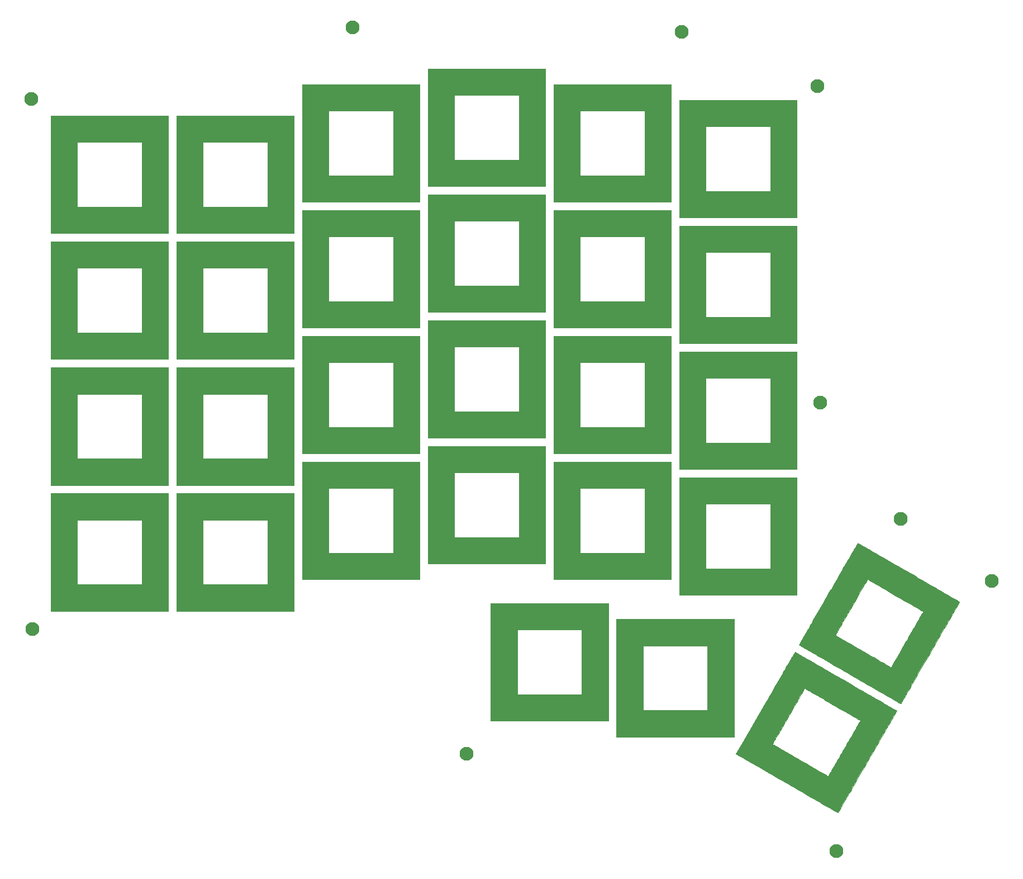
<source format=gbl>
G04 #@! TF.GenerationSoftware,KiCad,Pcbnew,(5.1.10)-1*
G04 #@! TF.CreationDate,2021-05-12T20:45:37+09:00*
G04 #@! TF.ProjectId,iris-switch-plate-choc-svg2shenzhen,69726973-2d73-4776-9974-63682d706c61,rev?*
G04 #@! TF.SameCoordinates,Original*
G04 #@! TF.FileFunction,Copper,L2,Bot*
G04 #@! TF.FilePolarity,Positive*
%FSLAX46Y46*%
G04 Gerber Fmt 4.6, Leading zero omitted, Abs format (unit mm)*
G04 Created by KiCad (PCBNEW (5.1.10)-1) date 2021-05-12 20:45:37*
%MOMM*%
%LPD*%
G01*
G04 APERTURE LIST*
G04 #@! TA.AperFunction,EtchedComponent*
%ADD10C,0.010000*%
G04 #@! TD*
G04 #@! TA.AperFunction,ComponentPad*
%ADD11C,2.099730*%
G04 #@! TD*
G04 APERTURE END LIST*
D10*
G36*
X179452722Y-124446577D02*
G01*
X179507474Y-124477689D01*
X179595949Y-124528298D01*
X179716683Y-124597560D01*
X179868214Y-124684630D01*
X180049076Y-124788662D01*
X180257808Y-124908811D01*
X180492946Y-125044233D01*
X180753026Y-125194081D01*
X181036586Y-125357511D01*
X181342161Y-125533678D01*
X181668289Y-125721737D01*
X182013506Y-125920842D01*
X182376349Y-126130148D01*
X182755354Y-126348810D01*
X183149058Y-126575983D01*
X183555998Y-126810822D01*
X183974711Y-127052482D01*
X184403732Y-127300117D01*
X184841600Y-127552883D01*
X185286849Y-127809934D01*
X185738018Y-128070425D01*
X186193642Y-128333511D01*
X186652258Y-128598347D01*
X187112403Y-128864087D01*
X187572614Y-129129887D01*
X188031427Y-129394902D01*
X188487379Y-129658285D01*
X188939007Y-129919193D01*
X189384847Y-130176780D01*
X189823435Y-130430200D01*
X190253309Y-130678609D01*
X190673005Y-130921162D01*
X191081060Y-131157013D01*
X191476011Y-131385318D01*
X191856393Y-131605230D01*
X192220744Y-131815906D01*
X192567601Y-132016499D01*
X192895499Y-132206165D01*
X193202976Y-132384058D01*
X193488569Y-132549334D01*
X193750814Y-132701147D01*
X193988247Y-132838652D01*
X194199405Y-132961004D01*
X194382825Y-133067358D01*
X194537044Y-133156869D01*
X194660598Y-133228691D01*
X194752024Y-133281979D01*
X194809859Y-133315889D01*
X194832638Y-133329574D01*
X194832926Y-133329792D01*
X194823983Y-133349429D01*
X194794581Y-133404400D01*
X194745466Y-133493399D01*
X194677387Y-133615122D01*
X194591090Y-133768262D01*
X194487322Y-133951515D01*
X194366829Y-134163574D01*
X194230360Y-134403136D01*
X194078660Y-134668894D01*
X193912477Y-134959543D01*
X193732557Y-135273778D01*
X193539649Y-135610294D01*
X193334497Y-135967784D01*
X193117850Y-136344945D01*
X192890455Y-136740470D01*
X192653058Y-137153054D01*
X192406406Y-137581392D01*
X192151247Y-138024178D01*
X191888327Y-138480108D01*
X191618393Y-138947875D01*
X191583775Y-139007841D01*
X191307001Y-139487258D01*
X191028260Y-139970083D01*
X190748796Y-140454160D01*
X190469855Y-140937333D01*
X190192683Y-141417444D01*
X189918524Y-141892336D01*
X189648624Y-142359853D01*
X189384228Y-142817837D01*
X189126580Y-143264132D01*
X188876927Y-143696581D01*
X188636513Y-144113026D01*
X188406584Y-144511311D01*
X188188384Y-144889279D01*
X187983160Y-145244774D01*
X187792156Y-145575637D01*
X187616617Y-145879712D01*
X187457788Y-146154843D01*
X187316916Y-146398872D01*
X187195244Y-146609642D01*
X187134161Y-146715458D01*
X186977631Y-146986247D01*
X186826762Y-147246519D01*
X186682923Y-147493951D01*
X186547483Y-147726220D01*
X186421810Y-147941004D01*
X186307272Y-148135980D01*
X186205238Y-148308825D01*
X186117077Y-148457217D01*
X186044156Y-148578833D01*
X185987845Y-148671351D01*
X185949512Y-148732448D01*
X185930525Y-148759800D01*
X185928877Y-148761098D01*
X185909140Y-148750462D01*
X185853966Y-148719333D01*
X185764568Y-148668409D01*
X185642157Y-148598387D01*
X185487943Y-148509967D01*
X185303138Y-148403846D01*
X185088954Y-148280723D01*
X184846601Y-148141296D01*
X184577291Y-147986263D01*
X184282234Y-147816323D01*
X183962643Y-147632174D01*
X183619729Y-147434513D01*
X183254702Y-147224040D01*
X182868774Y-147001452D01*
X182463157Y-146767448D01*
X182039061Y-146522726D01*
X181597697Y-146267984D01*
X181140278Y-146003921D01*
X180668014Y-145731235D01*
X180182116Y-145450623D01*
X179683797Y-145162785D01*
X179174266Y-144868418D01*
X178654735Y-144568221D01*
X178328084Y-144379448D01*
X177801937Y-144075371D01*
X177284607Y-143776394D01*
X176777327Y-143483230D01*
X176281327Y-143196591D01*
X175797842Y-142917189D01*
X175328103Y-142645736D01*
X174873343Y-142382944D01*
X174434795Y-142129525D01*
X174013690Y-141886192D01*
X173611262Y-141653656D01*
X173228743Y-141432630D01*
X172867366Y-141223825D01*
X172528363Y-141027955D01*
X172212966Y-140845731D01*
X171922408Y-140677865D01*
X171657922Y-140525069D01*
X171420740Y-140388056D01*
X171212094Y-140267537D01*
X171033218Y-140164225D01*
X170885343Y-140078833D01*
X170769702Y-140012071D01*
X170687527Y-139964652D01*
X170640052Y-139937289D01*
X170628863Y-139930867D01*
X170507308Y-139861701D01*
X171369520Y-138368455D01*
X176027134Y-138368455D01*
X176044758Y-138380334D01*
X176097057Y-138412263D01*
X176182063Y-138463099D01*
X176297805Y-138531697D01*
X176442315Y-138616913D01*
X176613622Y-138717604D01*
X176809756Y-138832624D01*
X177028748Y-138960831D01*
X177268629Y-139101080D01*
X177527428Y-139252226D01*
X177803176Y-139413127D01*
X178093904Y-139582637D01*
X178397641Y-139759613D01*
X178712418Y-139942910D01*
X179036265Y-140131385D01*
X179367213Y-140323894D01*
X179703292Y-140519292D01*
X180042533Y-140716435D01*
X180382964Y-140914180D01*
X180722618Y-141111382D01*
X181059524Y-141306897D01*
X181391713Y-141499582D01*
X181717214Y-141688291D01*
X182034059Y-141871881D01*
X182340277Y-142049208D01*
X182633900Y-142219128D01*
X182912956Y-142380497D01*
X183175478Y-142532170D01*
X183419494Y-142673004D01*
X183643035Y-142801854D01*
X183844132Y-142917577D01*
X184020815Y-143019029D01*
X184171114Y-143105064D01*
X184293060Y-143174540D01*
X184384683Y-143226312D01*
X184444013Y-143259237D01*
X184469080Y-143272169D01*
X184469776Y-143272308D01*
X184480515Y-143254084D01*
X184511481Y-143200814D01*
X184561737Y-143114116D01*
X184630349Y-142995609D01*
X184716381Y-142846911D01*
X184818898Y-142669641D01*
X184936964Y-142465418D01*
X185069645Y-142235861D01*
X185216006Y-141982586D01*
X185375110Y-141707215D01*
X185546023Y-141411364D01*
X185727809Y-141096652D01*
X185919533Y-140764699D01*
X186120260Y-140417122D01*
X186329054Y-140055541D01*
X186544981Y-139681573D01*
X186767105Y-139296837D01*
X186909235Y-139050639D01*
X187134799Y-138659846D01*
X187354723Y-138278710D01*
X187568072Y-137908855D01*
X187773911Y-137551906D01*
X187971307Y-137209486D01*
X188159324Y-136883219D01*
X188337027Y-136574730D01*
X188503484Y-136285643D01*
X188657758Y-136017582D01*
X188798915Y-135772171D01*
X188926021Y-135551034D01*
X189038142Y-135355795D01*
X189134342Y-135188078D01*
X189213687Y-135049507D01*
X189275243Y-134941707D01*
X189318075Y-134866302D01*
X189341248Y-134824915D01*
X189345334Y-134817046D01*
X189327334Y-134805508D01*
X189274649Y-134773984D01*
X189189248Y-134723613D01*
X189073104Y-134655534D01*
X188928185Y-134570887D01*
X188756464Y-134470809D01*
X188559910Y-134356441D01*
X188340494Y-134228922D01*
X188100187Y-134089389D01*
X187840960Y-133938983D01*
X187564782Y-133778843D01*
X187273625Y-133610107D01*
X186969460Y-133433914D01*
X186654256Y-133251404D01*
X186329985Y-133063716D01*
X185998617Y-132871988D01*
X185662122Y-132677360D01*
X185322473Y-132480971D01*
X184981638Y-132283959D01*
X184641589Y-132087464D01*
X184304296Y-131892626D01*
X183971730Y-131700582D01*
X183645861Y-131512471D01*
X183328661Y-131329434D01*
X183022100Y-131152609D01*
X182728148Y-130983135D01*
X182448775Y-130822151D01*
X182185954Y-130670796D01*
X181941654Y-130530209D01*
X181717846Y-130401530D01*
X181516500Y-130285897D01*
X181339588Y-130184449D01*
X181189079Y-130098325D01*
X181066945Y-130028665D01*
X180975156Y-129976607D01*
X180915682Y-129943290D01*
X180890495Y-129929854D01*
X180889750Y-129929640D01*
X180877155Y-129950700D01*
X180844648Y-130006361D01*
X180793370Y-130094641D01*
X180724462Y-130213561D01*
X180639066Y-130361142D01*
X180538321Y-130535403D01*
X180423369Y-130734364D01*
X180295350Y-130956045D01*
X180155406Y-131198467D01*
X180004678Y-131459650D01*
X179844305Y-131737613D01*
X179675430Y-132030377D01*
X179499193Y-132335962D01*
X179316734Y-132652387D01*
X179129195Y-132977674D01*
X178937717Y-133309842D01*
X178743440Y-133646911D01*
X178547505Y-133986901D01*
X178351053Y-134327832D01*
X178155226Y-134667725D01*
X177961163Y-135004600D01*
X177770006Y-135336475D01*
X177582896Y-135661373D01*
X177400973Y-135977312D01*
X177225379Y-136282314D01*
X177057253Y-136574397D01*
X176897738Y-136851582D01*
X176747974Y-137111889D01*
X176609102Y-137353338D01*
X176482262Y-137573950D01*
X176368596Y-137771744D01*
X176269244Y-137944740D01*
X176185348Y-138090959D01*
X176118048Y-138208420D01*
X176068484Y-138295144D01*
X176037799Y-138349151D01*
X176027134Y-138368455D01*
X171369520Y-138368455D01*
X174961852Y-132146975D01*
X175267796Y-131617194D01*
X175568421Y-131096774D01*
X175863034Y-130586911D01*
X176150943Y-130088800D01*
X176431452Y-129603638D01*
X176703869Y-129132620D01*
X176967500Y-128676943D01*
X177221652Y-128237802D01*
X177465631Y-127816393D01*
X177698745Y-127413912D01*
X177920299Y-127031555D01*
X178129599Y-126670518D01*
X178325954Y-126331997D01*
X178508668Y-126017188D01*
X178677049Y-125727287D01*
X178830404Y-125463489D01*
X178968038Y-125226991D01*
X179089258Y-125018989D01*
X179193371Y-124840677D01*
X179279684Y-124693254D01*
X179347502Y-124577913D01*
X179396133Y-124495852D01*
X179424883Y-124448265D01*
X179433156Y-124435808D01*
X179452722Y-124446577D01*
G37*
X179452722Y-124446577D02*
X179507474Y-124477689D01*
X179595949Y-124528298D01*
X179716683Y-124597560D01*
X179868214Y-124684630D01*
X180049076Y-124788662D01*
X180257808Y-124908811D01*
X180492946Y-125044233D01*
X180753026Y-125194081D01*
X181036586Y-125357511D01*
X181342161Y-125533678D01*
X181668289Y-125721737D01*
X182013506Y-125920842D01*
X182376349Y-126130148D01*
X182755354Y-126348810D01*
X183149058Y-126575983D01*
X183555998Y-126810822D01*
X183974711Y-127052482D01*
X184403732Y-127300117D01*
X184841600Y-127552883D01*
X185286849Y-127809934D01*
X185738018Y-128070425D01*
X186193642Y-128333511D01*
X186652258Y-128598347D01*
X187112403Y-128864087D01*
X187572614Y-129129887D01*
X188031427Y-129394902D01*
X188487379Y-129658285D01*
X188939007Y-129919193D01*
X189384847Y-130176780D01*
X189823435Y-130430200D01*
X190253309Y-130678609D01*
X190673005Y-130921162D01*
X191081060Y-131157013D01*
X191476011Y-131385318D01*
X191856393Y-131605230D01*
X192220744Y-131815906D01*
X192567601Y-132016499D01*
X192895499Y-132206165D01*
X193202976Y-132384058D01*
X193488569Y-132549334D01*
X193750814Y-132701147D01*
X193988247Y-132838652D01*
X194199405Y-132961004D01*
X194382825Y-133067358D01*
X194537044Y-133156869D01*
X194660598Y-133228691D01*
X194752024Y-133281979D01*
X194809859Y-133315889D01*
X194832638Y-133329574D01*
X194832926Y-133329792D01*
X194823983Y-133349429D01*
X194794581Y-133404400D01*
X194745466Y-133493399D01*
X194677387Y-133615122D01*
X194591090Y-133768262D01*
X194487322Y-133951515D01*
X194366829Y-134163574D01*
X194230360Y-134403136D01*
X194078660Y-134668894D01*
X193912477Y-134959543D01*
X193732557Y-135273778D01*
X193539649Y-135610294D01*
X193334497Y-135967784D01*
X193117850Y-136344945D01*
X192890455Y-136740470D01*
X192653058Y-137153054D01*
X192406406Y-137581392D01*
X192151247Y-138024178D01*
X191888327Y-138480108D01*
X191618393Y-138947875D01*
X191583775Y-139007841D01*
X191307001Y-139487258D01*
X191028260Y-139970083D01*
X190748796Y-140454160D01*
X190469855Y-140937333D01*
X190192683Y-141417444D01*
X189918524Y-141892336D01*
X189648624Y-142359853D01*
X189384228Y-142817837D01*
X189126580Y-143264132D01*
X188876927Y-143696581D01*
X188636513Y-144113026D01*
X188406584Y-144511311D01*
X188188384Y-144889279D01*
X187983160Y-145244774D01*
X187792156Y-145575637D01*
X187616617Y-145879712D01*
X187457788Y-146154843D01*
X187316916Y-146398872D01*
X187195244Y-146609642D01*
X187134161Y-146715458D01*
X186977631Y-146986247D01*
X186826762Y-147246519D01*
X186682923Y-147493951D01*
X186547483Y-147726220D01*
X186421810Y-147941004D01*
X186307272Y-148135980D01*
X186205238Y-148308825D01*
X186117077Y-148457217D01*
X186044156Y-148578833D01*
X185987845Y-148671351D01*
X185949512Y-148732448D01*
X185930525Y-148759800D01*
X185928877Y-148761098D01*
X185909140Y-148750462D01*
X185853966Y-148719333D01*
X185764568Y-148668409D01*
X185642157Y-148598387D01*
X185487943Y-148509967D01*
X185303138Y-148403846D01*
X185088954Y-148280723D01*
X184846601Y-148141296D01*
X184577291Y-147986263D01*
X184282234Y-147816323D01*
X183962643Y-147632174D01*
X183619729Y-147434513D01*
X183254702Y-147224040D01*
X182868774Y-147001452D01*
X182463157Y-146767448D01*
X182039061Y-146522726D01*
X181597697Y-146267984D01*
X181140278Y-146003921D01*
X180668014Y-145731235D01*
X180182116Y-145450623D01*
X179683797Y-145162785D01*
X179174266Y-144868418D01*
X178654735Y-144568221D01*
X178328084Y-144379448D01*
X177801937Y-144075371D01*
X177284607Y-143776394D01*
X176777327Y-143483230D01*
X176281327Y-143196591D01*
X175797842Y-142917189D01*
X175328103Y-142645736D01*
X174873343Y-142382944D01*
X174434795Y-142129525D01*
X174013690Y-141886192D01*
X173611262Y-141653656D01*
X173228743Y-141432630D01*
X172867366Y-141223825D01*
X172528363Y-141027955D01*
X172212966Y-140845731D01*
X171922408Y-140677865D01*
X171657922Y-140525069D01*
X171420740Y-140388056D01*
X171212094Y-140267537D01*
X171033218Y-140164225D01*
X170885343Y-140078833D01*
X170769702Y-140012071D01*
X170687527Y-139964652D01*
X170640052Y-139937289D01*
X170628863Y-139930867D01*
X170507308Y-139861701D01*
X171369520Y-138368455D01*
X176027134Y-138368455D01*
X176044758Y-138380334D01*
X176097057Y-138412263D01*
X176182063Y-138463099D01*
X176297805Y-138531697D01*
X176442315Y-138616913D01*
X176613622Y-138717604D01*
X176809756Y-138832624D01*
X177028748Y-138960831D01*
X177268629Y-139101080D01*
X177527428Y-139252226D01*
X177803176Y-139413127D01*
X178093904Y-139582637D01*
X178397641Y-139759613D01*
X178712418Y-139942910D01*
X179036265Y-140131385D01*
X179367213Y-140323894D01*
X179703292Y-140519292D01*
X180042533Y-140716435D01*
X180382964Y-140914180D01*
X180722618Y-141111382D01*
X181059524Y-141306897D01*
X181391713Y-141499582D01*
X181717214Y-141688291D01*
X182034059Y-141871881D01*
X182340277Y-142049208D01*
X182633900Y-142219128D01*
X182912956Y-142380497D01*
X183175478Y-142532170D01*
X183419494Y-142673004D01*
X183643035Y-142801854D01*
X183844132Y-142917577D01*
X184020815Y-143019029D01*
X184171114Y-143105064D01*
X184293060Y-143174540D01*
X184384683Y-143226312D01*
X184444013Y-143259237D01*
X184469080Y-143272169D01*
X184469776Y-143272308D01*
X184480515Y-143254084D01*
X184511481Y-143200814D01*
X184561737Y-143114116D01*
X184630349Y-142995609D01*
X184716381Y-142846911D01*
X184818898Y-142669641D01*
X184936964Y-142465418D01*
X185069645Y-142235861D01*
X185216006Y-141982586D01*
X185375110Y-141707215D01*
X185546023Y-141411364D01*
X185727809Y-141096652D01*
X185919533Y-140764699D01*
X186120260Y-140417122D01*
X186329054Y-140055541D01*
X186544981Y-139681573D01*
X186767105Y-139296837D01*
X186909235Y-139050639D01*
X187134799Y-138659846D01*
X187354723Y-138278710D01*
X187568072Y-137908855D01*
X187773911Y-137551906D01*
X187971307Y-137209486D01*
X188159324Y-136883219D01*
X188337027Y-136574730D01*
X188503484Y-136285643D01*
X188657758Y-136017582D01*
X188798915Y-135772171D01*
X188926021Y-135551034D01*
X189038142Y-135355795D01*
X189134342Y-135188078D01*
X189213687Y-135049507D01*
X189275243Y-134941707D01*
X189318075Y-134866302D01*
X189341248Y-134824915D01*
X189345334Y-134817046D01*
X189327334Y-134805508D01*
X189274649Y-134773984D01*
X189189248Y-134723613D01*
X189073104Y-134655534D01*
X188928185Y-134570887D01*
X188756464Y-134470809D01*
X188559910Y-134356441D01*
X188340494Y-134228922D01*
X188100187Y-134089389D01*
X187840960Y-133938983D01*
X187564782Y-133778843D01*
X187273625Y-133610107D01*
X186969460Y-133433914D01*
X186654256Y-133251404D01*
X186329985Y-133063716D01*
X185998617Y-132871988D01*
X185662122Y-132677360D01*
X185322473Y-132480971D01*
X184981638Y-132283959D01*
X184641589Y-132087464D01*
X184304296Y-131892626D01*
X183971730Y-131700582D01*
X183645861Y-131512471D01*
X183328661Y-131329434D01*
X183022100Y-131152609D01*
X182728148Y-130983135D01*
X182448775Y-130822151D01*
X182185954Y-130670796D01*
X181941654Y-130530209D01*
X181717846Y-130401530D01*
X181516500Y-130285897D01*
X181339588Y-130184449D01*
X181189079Y-130098325D01*
X181066945Y-130028665D01*
X180975156Y-129976607D01*
X180915682Y-129943290D01*
X180890495Y-129929854D01*
X180889750Y-129929640D01*
X180877155Y-129950700D01*
X180844648Y-130006361D01*
X180793370Y-130094641D01*
X180724462Y-130213561D01*
X180639066Y-130361142D01*
X180538321Y-130535403D01*
X180423369Y-130734364D01*
X180295350Y-130956045D01*
X180155406Y-131198467D01*
X180004678Y-131459650D01*
X179844305Y-131737613D01*
X179675430Y-132030377D01*
X179499193Y-132335962D01*
X179316734Y-132652387D01*
X179129195Y-132977674D01*
X178937717Y-133309842D01*
X178743440Y-133646911D01*
X178547505Y-133986901D01*
X178351053Y-134327832D01*
X178155226Y-134667725D01*
X177961163Y-135004600D01*
X177770006Y-135336475D01*
X177582896Y-135661373D01*
X177400973Y-135977312D01*
X177225379Y-136282314D01*
X177057253Y-136574397D01*
X176897738Y-136851582D01*
X176747974Y-137111889D01*
X176609102Y-137353338D01*
X176482262Y-137573950D01*
X176368596Y-137771744D01*
X176269244Y-137944740D01*
X176185348Y-138090959D01*
X176118048Y-138208420D01*
X176068484Y-138295144D01*
X176037799Y-138349151D01*
X176027134Y-138368455D01*
X171369520Y-138368455D01*
X174961852Y-132146975D01*
X175267796Y-131617194D01*
X175568421Y-131096774D01*
X175863034Y-130586911D01*
X176150943Y-130088800D01*
X176431452Y-129603638D01*
X176703869Y-129132620D01*
X176967500Y-128676943D01*
X177221652Y-128237802D01*
X177465631Y-127816393D01*
X177698745Y-127413912D01*
X177920299Y-127031555D01*
X178129599Y-126670518D01*
X178325954Y-126331997D01*
X178508668Y-126017188D01*
X178677049Y-125727287D01*
X178830404Y-125463489D01*
X178968038Y-125226991D01*
X179089258Y-125018989D01*
X179193371Y-124840677D01*
X179279684Y-124693254D01*
X179347502Y-124577913D01*
X179396133Y-124495852D01*
X179424883Y-124448265D01*
X179433156Y-124435808D01*
X179452722Y-124446577D01*
G36*
X170189500Y-137291000D02*
G01*
X152367167Y-137291000D01*
X152367167Y-123490333D01*
X156388834Y-123490333D01*
X156388834Y-133269333D01*
X166167834Y-133269333D01*
X166167834Y-123490333D01*
X156388834Y-123490333D01*
X152367167Y-123490333D01*
X152367167Y-119468666D01*
X170189500Y-119468666D01*
X170189500Y-137291000D01*
G37*
X170189500Y-137291000D02*
X152367167Y-137291000D01*
X152367167Y-123490333D01*
X156388834Y-123490333D01*
X156388834Y-133269333D01*
X166167834Y-133269333D01*
X166167834Y-123490333D01*
X156388834Y-123490333D01*
X152367167Y-123490333D01*
X152367167Y-119468666D01*
X170189500Y-119468666D01*
X170189500Y-137291000D01*
G36*
X151139500Y-134899166D02*
G01*
X133317167Y-134899166D01*
X133317167Y-121098500D01*
X137338834Y-121098500D01*
X137338834Y-130877500D01*
X147117834Y-130877500D01*
X147117834Y-121098500D01*
X137338834Y-121098500D01*
X133317167Y-121098500D01*
X133317167Y-117076833D01*
X151139500Y-117076833D01*
X151139500Y-134899166D01*
G37*
X151139500Y-134899166D02*
X133317167Y-134899166D01*
X133317167Y-121098500D01*
X137338834Y-121098500D01*
X137338834Y-130877500D01*
X147117834Y-130877500D01*
X147117834Y-121098500D01*
X137338834Y-121098500D01*
X133317167Y-121098500D01*
X133317167Y-117076833D01*
X151139500Y-117076833D01*
X151139500Y-134899166D01*
G36*
X188958085Y-107959158D02*
G01*
X189013036Y-107988301D01*
X189101666Y-108037014D01*
X189222514Y-108104453D01*
X189374121Y-108189776D01*
X189555026Y-108292138D01*
X189763771Y-108410697D01*
X189998895Y-108544608D01*
X190258939Y-108693029D01*
X190542442Y-108855115D01*
X190847946Y-109030025D01*
X191173991Y-109216913D01*
X191519116Y-109414937D01*
X191881862Y-109623253D01*
X192260770Y-109841017D01*
X192654379Y-110067387D01*
X193061230Y-110301519D01*
X193479864Y-110542569D01*
X193908820Y-110789695D01*
X194346638Y-111042051D01*
X194791860Y-111298796D01*
X195243025Y-111559085D01*
X195698674Y-111822076D01*
X196157346Y-112086924D01*
X196617583Y-112352787D01*
X197077924Y-112618820D01*
X197536910Y-112884181D01*
X197993080Y-113148026D01*
X198444976Y-113409511D01*
X198891138Y-113667794D01*
X199330105Y-113922030D01*
X199760419Y-114171376D01*
X200180619Y-114414989D01*
X200589245Y-114652025D01*
X200984839Y-114881642D01*
X201365939Y-115102994D01*
X201731087Y-115315240D01*
X202078823Y-115517535D01*
X202407687Y-115709036D01*
X202716220Y-115888900D01*
X203002961Y-116056283D01*
X203266451Y-116210342D01*
X203505230Y-116350233D01*
X203717838Y-116475113D01*
X203902816Y-116584139D01*
X204058704Y-116676467D01*
X204184043Y-116751253D01*
X204277372Y-116807654D01*
X204337232Y-116844827D01*
X204362163Y-116861928D01*
X204362820Y-116862901D01*
X204351074Y-116884373D01*
X204319046Y-116940914D01*
X204267580Y-117031063D01*
X204197520Y-117153359D01*
X204109708Y-117306343D01*
X204004989Y-117488554D01*
X203884205Y-117698532D01*
X203748201Y-117934816D01*
X203597819Y-118195946D01*
X203433904Y-118480462D01*
X203257299Y-118786902D01*
X203068846Y-119113808D01*
X202869391Y-119459718D01*
X202659775Y-119823173D01*
X202440843Y-120202711D01*
X202213439Y-120596872D01*
X201978404Y-121004197D01*
X201736584Y-121423224D01*
X201488822Y-121852494D01*
X201235960Y-122290546D01*
X200978843Y-122735919D01*
X200718314Y-123187153D01*
X200455216Y-123642788D01*
X200190394Y-124101364D01*
X199924689Y-124561420D01*
X199658947Y-125021496D01*
X199394010Y-125480131D01*
X199130722Y-125935865D01*
X198869926Y-126387238D01*
X198612466Y-126832789D01*
X198359185Y-127271058D01*
X198110927Y-127700585D01*
X197868535Y-128119909D01*
X197632853Y-128527569D01*
X197404724Y-128922107D01*
X197184992Y-129302060D01*
X196974500Y-129665969D01*
X196774092Y-130012374D01*
X196584610Y-130339813D01*
X196406899Y-130646827D01*
X196241803Y-130931956D01*
X196090163Y-131193738D01*
X195952825Y-131430714D01*
X195830632Y-131641424D01*
X195724426Y-131824406D01*
X195635051Y-131978200D01*
X195563352Y-132101347D01*
X195510171Y-132192386D01*
X195476352Y-132249856D01*
X195462738Y-132272296D01*
X195462500Y-132272566D01*
X195443641Y-132261999D01*
X195389329Y-132230940D01*
X195300763Y-132180081D01*
X195179142Y-132110113D01*
X195025664Y-132021729D01*
X194841528Y-131915620D01*
X194627933Y-131792479D01*
X194386078Y-131652997D01*
X194117162Y-131497867D01*
X193822382Y-131327780D01*
X193502939Y-131143428D01*
X193160030Y-130945503D01*
X192794855Y-130734698D01*
X192408612Y-130511704D01*
X192002500Y-130277213D01*
X191577718Y-130031917D01*
X191135464Y-129776508D01*
X190676938Y-129511679D01*
X190203337Y-129238120D01*
X189715862Y-128956524D01*
X189215710Y-128667583D01*
X188704080Y-128371988D01*
X188182171Y-128070433D01*
X187747250Y-127819121D01*
X187217866Y-127513170D01*
X186697843Y-127212536D01*
X186188377Y-126917914D01*
X185690664Y-126629999D01*
X185205900Y-126349484D01*
X184735283Y-126077065D01*
X184280007Y-125813435D01*
X183841270Y-125559289D01*
X183420269Y-125315322D01*
X183018198Y-125082227D01*
X182636255Y-124860699D01*
X182275637Y-124651433D01*
X181937538Y-124455123D01*
X181623156Y-124272463D01*
X181333687Y-124104148D01*
X181070328Y-123950872D01*
X180834274Y-123813329D01*
X180626722Y-123692215D01*
X180448869Y-123588222D01*
X180301911Y-123502047D01*
X180187043Y-123434382D01*
X180105463Y-123385923D01*
X180058367Y-123357364D01*
X180046319Y-123349279D01*
X180057103Y-123329629D01*
X180088227Y-123274792D01*
X180138848Y-123186232D01*
X180208120Y-123065413D01*
X180295198Y-122913798D01*
X180399236Y-122732851D01*
X180519389Y-122524035D01*
X180654812Y-122288815D01*
X180804661Y-122028654D01*
X180879753Y-121898326D01*
X185549544Y-121898326D01*
X185569238Y-121909445D01*
X185623946Y-121940824D01*
X185712037Y-121991523D01*
X185831884Y-122060601D01*
X185981857Y-122147117D01*
X186160329Y-122250130D01*
X186365669Y-122368698D01*
X186596250Y-122501882D01*
X186850443Y-122648739D01*
X187126619Y-122808329D01*
X187423149Y-122979710D01*
X187738406Y-123161943D01*
X188070759Y-123354085D01*
X188418581Y-123555195D01*
X188780242Y-123764334D01*
X189154115Y-123980559D01*
X189538569Y-124202930D01*
X189768667Y-124336031D01*
X190158529Y-124561499D01*
X190538767Y-124781287D01*
X190907753Y-124994458D01*
X191263858Y-125200075D01*
X191605455Y-125397202D01*
X191930915Y-125584902D01*
X192238611Y-125762239D01*
X192526915Y-125928277D01*
X192794198Y-126082078D01*
X193038833Y-126222707D01*
X193259191Y-126349226D01*
X193453645Y-126460699D01*
X193620566Y-126556190D01*
X193758327Y-126634762D01*
X193865299Y-126695479D01*
X193939854Y-126737403D01*
X193980365Y-126759599D01*
X193987638Y-126763062D01*
X193999681Y-126744668D01*
X194031926Y-126691219D01*
X194083431Y-126604335D01*
X194153255Y-126485638D01*
X194240457Y-126336747D01*
X194344095Y-126159284D01*
X194463227Y-125954867D01*
X194596914Y-125725119D01*
X194744212Y-125471658D01*
X194904181Y-125196107D01*
X195075879Y-124900084D01*
X195258365Y-124585212D01*
X195450698Y-124253109D01*
X195651935Y-123905397D01*
X195861137Y-123543696D01*
X196077360Y-123169626D01*
X196299665Y-122784808D01*
X196440388Y-122541095D01*
X196676785Y-122131397D01*
X196905587Y-121734434D01*
X197125957Y-121351676D01*
X197337057Y-120984589D01*
X197538050Y-120634642D01*
X197728099Y-120303301D01*
X197906366Y-119992035D01*
X198072014Y-119702312D01*
X198224207Y-119435599D01*
X198362106Y-119193363D01*
X198484874Y-118977074D01*
X198591675Y-118788197D01*
X198681670Y-118628202D01*
X198754024Y-118498555D01*
X198807897Y-118400725D01*
X198842454Y-118336179D01*
X198856856Y-118306385D01*
X198857166Y-118304473D01*
X198837269Y-118292238D01*
X198782739Y-118260049D01*
X198695554Y-118209047D01*
X198577692Y-118140373D01*
X198431131Y-118055171D01*
X198257850Y-117954583D01*
X198059827Y-117839750D01*
X197839040Y-117711814D01*
X197597466Y-117571919D01*
X197337085Y-117421205D01*
X197059874Y-117260816D01*
X196767812Y-117091893D01*
X196462876Y-116915579D01*
X196147045Y-116733015D01*
X195822296Y-116545344D01*
X195490609Y-116353708D01*
X195153961Y-116159249D01*
X194814330Y-115963109D01*
X194473695Y-115766431D01*
X194134034Y-115570356D01*
X193797324Y-115376027D01*
X193465544Y-115184586D01*
X193140672Y-114997175D01*
X192824687Y-114814936D01*
X192519566Y-114639012D01*
X192227287Y-114470543D01*
X191949829Y-114310674D01*
X191689170Y-114160545D01*
X191447288Y-114021299D01*
X191226161Y-113894079D01*
X191027767Y-113780025D01*
X190854085Y-113680281D01*
X190707092Y-113595989D01*
X190588767Y-113528290D01*
X190501087Y-113478327D01*
X190446032Y-113447242D01*
X190425579Y-113436177D01*
X190425518Y-113436166D01*
X190413403Y-113454173D01*
X190381389Y-113506878D01*
X190330614Y-113592312D01*
X190262212Y-113708503D01*
X190177319Y-113853480D01*
X190077072Y-114025272D01*
X189962605Y-114221909D01*
X189835054Y-114441418D01*
X189695556Y-114681830D01*
X189545245Y-114941173D01*
X189385258Y-115217477D01*
X189216730Y-115508770D01*
X189040797Y-115813081D01*
X188858594Y-116128440D01*
X188671258Y-116452875D01*
X188479923Y-116784415D01*
X188285726Y-117121090D01*
X188089803Y-117460928D01*
X187893288Y-117801959D01*
X187697319Y-118142212D01*
X187503029Y-118479715D01*
X187311556Y-118812497D01*
X187124034Y-119138589D01*
X186941600Y-119456017D01*
X186765390Y-119762813D01*
X186596538Y-120057004D01*
X186436180Y-120336620D01*
X186285453Y-120599690D01*
X186145492Y-120844242D01*
X186017432Y-121068307D01*
X185902410Y-121269912D01*
X185801561Y-121447087D01*
X185716021Y-121597861D01*
X185646925Y-121720262D01*
X185595409Y-121812321D01*
X185562609Y-121872065D01*
X185549660Y-121897525D01*
X185549544Y-121898326D01*
X180879753Y-121898326D01*
X180968089Y-121745015D01*
X181144252Y-121439362D01*
X181332305Y-121113159D01*
X181531402Y-120767870D01*
X181740698Y-120404958D01*
X181959348Y-120025886D01*
X182186506Y-119632119D01*
X182421329Y-119225121D01*
X182662970Y-118806354D01*
X182910584Y-118377282D01*
X183163326Y-117939370D01*
X183420351Y-117494080D01*
X183680813Y-117042876D01*
X183943869Y-116587223D01*
X184208671Y-116128583D01*
X184474376Y-115668421D01*
X184740138Y-115208200D01*
X185005112Y-114749383D01*
X185268452Y-114293435D01*
X185529314Y-113841818D01*
X185786852Y-113395997D01*
X186040222Y-112957436D01*
X186288577Y-112527597D01*
X186531073Y-112107945D01*
X186766865Y-111699943D01*
X186995107Y-111305055D01*
X187214955Y-110924744D01*
X187425562Y-110560475D01*
X187626085Y-110213711D01*
X187815677Y-109885915D01*
X187993494Y-109578551D01*
X188158690Y-109293083D01*
X188310420Y-109030974D01*
X188447840Y-108793688D01*
X188570103Y-108582689D01*
X188676365Y-108399441D01*
X188765781Y-108245407D01*
X188837505Y-108122050D01*
X188890692Y-108030835D01*
X188924497Y-107973224D01*
X188938075Y-107950683D01*
X188938271Y-107950429D01*
X188958085Y-107959158D01*
G37*
X188958085Y-107959158D02*
X189013036Y-107988301D01*
X189101666Y-108037014D01*
X189222514Y-108104453D01*
X189374121Y-108189776D01*
X189555026Y-108292138D01*
X189763771Y-108410697D01*
X189998895Y-108544608D01*
X190258939Y-108693029D01*
X190542442Y-108855115D01*
X190847946Y-109030025D01*
X191173991Y-109216913D01*
X191519116Y-109414937D01*
X191881862Y-109623253D01*
X192260770Y-109841017D01*
X192654379Y-110067387D01*
X193061230Y-110301519D01*
X193479864Y-110542569D01*
X193908820Y-110789695D01*
X194346638Y-111042051D01*
X194791860Y-111298796D01*
X195243025Y-111559085D01*
X195698674Y-111822076D01*
X196157346Y-112086924D01*
X196617583Y-112352787D01*
X197077924Y-112618820D01*
X197536910Y-112884181D01*
X197993080Y-113148026D01*
X198444976Y-113409511D01*
X198891138Y-113667794D01*
X199330105Y-113922030D01*
X199760419Y-114171376D01*
X200180619Y-114414989D01*
X200589245Y-114652025D01*
X200984839Y-114881642D01*
X201365939Y-115102994D01*
X201731087Y-115315240D01*
X202078823Y-115517535D01*
X202407687Y-115709036D01*
X202716220Y-115888900D01*
X203002961Y-116056283D01*
X203266451Y-116210342D01*
X203505230Y-116350233D01*
X203717838Y-116475113D01*
X203902816Y-116584139D01*
X204058704Y-116676467D01*
X204184043Y-116751253D01*
X204277372Y-116807654D01*
X204337232Y-116844827D01*
X204362163Y-116861928D01*
X204362820Y-116862901D01*
X204351074Y-116884373D01*
X204319046Y-116940914D01*
X204267580Y-117031063D01*
X204197520Y-117153359D01*
X204109708Y-117306343D01*
X204004989Y-117488554D01*
X203884205Y-117698532D01*
X203748201Y-117934816D01*
X203597819Y-118195946D01*
X203433904Y-118480462D01*
X203257299Y-118786902D01*
X203068846Y-119113808D01*
X202869391Y-119459718D01*
X202659775Y-119823173D01*
X202440843Y-120202711D01*
X202213439Y-120596872D01*
X201978404Y-121004197D01*
X201736584Y-121423224D01*
X201488822Y-121852494D01*
X201235960Y-122290546D01*
X200978843Y-122735919D01*
X200718314Y-123187153D01*
X200455216Y-123642788D01*
X200190394Y-124101364D01*
X199924689Y-124561420D01*
X199658947Y-125021496D01*
X199394010Y-125480131D01*
X199130722Y-125935865D01*
X198869926Y-126387238D01*
X198612466Y-126832789D01*
X198359185Y-127271058D01*
X198110927Y-127700585D01*
X197868535Y-128119909D01*
X197632853Y-128527569D01*
X197404724Y-128922107D01*
X197184992Y-129302060D01*
X196974500Y-129665969D01*
X196774092Y-130012374D01*
X196584610Y-130339813D01*
X196406899Y-130646827D01*
X196241803Y-130931956D01*
X196090163Y-131193738D01*
X195952825Y-131430714D01*
X195830632Y-131641424D01*
X195724426Y-131824406D01*
X195635051Y-131978200D01*
X195563352Y-132101347D01*
X195510171Y-132192386D01*
X195476352Y-132249856D01*
X195462738Y-132272296D01*
X195462500Y-132272566D01*
X195443641Y-132261999D01*
X195389329Y-132230940D01*
X195300763Y-132180081D01*
X195179142Y-132110113D01*
X195025664Y-132021729D01*
X194841528Y-131915620D01*
X194627933Y-131792479D01*
X194386078Y-131652997D01*
X194117162Y-131497867D01*
X193822382Y-131327780D01*
X193502939Y-131143428D01*
X193160030Y-130945503D01*
X192794855Y-130734698D01*
X192408612Y-130511704D01*
X192002500Y-130277213D01*
X191577718Y-130031917D01*
X191135464Y-129776508D01*
X190676938Y-129511679D01*
X190203337Y-129238120D01*
X189715862Y-128956524D01*
X189215710Y-128667583D01*
X188704080Y-128371988D01*
X188182171Y-128070433D01*
X187747250Y-127819121D01*
X187217866Y-127513170D01*
X186697843Y-127212536D01*
X186188377Y-126917914D01*
X185690664Y-126629999D01*
X185205900Y-126349484D01*
X184735283Y-126077065D01*
X184280007Y-125813435D01*
X183841270Y-125559289D01*
X183420269Y-125315322D01*
X183018198Y-125082227D01*
X182636255Y-124860699D01*
X182275637Y-124651433D01*
X181937538Y-124455123D01*
X181623156Y-124272463D01*
X181333687Y-124104148D01*
X181070328Y-123950872D01*
X180834274Y-123813329D01*
X180626722Y-123692215D01*
X180448869Y-123588222D01*
X180301911Y-123502047D01*
X180187043Y-123434382D01*
X180105463Y-123385923D01*
X180058367Y-123357364D01*
X180046319Y-123349279D01*
X180057103Y-123329629D01*
X180088227Y-123274792D01*
X180138848Y-123186232D01*
X180208120Y-123065413D01*
X180295198Y-122913798D01*
X180399236Y-122732851D01*
X180519389Y-122524035D01*
X180654812Y-122288815D01*
X180804661Y-122028654D01*
X180879753Y-121898326D01*
X185549544Y-121898326D01*
X185569238Y-121909445D01*
X185623946Y-121940824D01*
X185712037Y-121991523D01*
X185831884Y-122060601D01*
X185981857Y-122147117D01*
X186160329Y-122250130D01*
X186365669Y-122368698D01*
X186596250Y-122501882D01*
X186850443Y-122648739D01*
X187126619Y-122808329D01*
X187423149Y-122979710D01*
X187738406Y-123161943D01*
X188070759Y-123354085D01*
X188418581Y-123555195D01*
X188780242Y-123764334D01*
X189154115Y-123980559D01*
X189538569Y-124202930D01*
X189768667Y-124336031D01*
X190158529Y-124561499D01*
X190538767Y-124781287D01*
X190907753Y-124994458D01*
X191263858Y-125200075D01*
X191605455Y-125397202D01*
X191930915Y-125584902D01*
X192238611Y-125762239D01*
X192526915Y-125928277D01*
X192794198Y-126082078D01*
X193038833Y-126222707D01*
X193259191Y-126349226D01*
X193453645Y-126460699D01*
X193620566Y-126556190D01*
X193758327Y-126634762D01*
X193865299Y-126695479D01*
X193939854Y-126737403D01*
X193980365Y-126759599D01*
X193987638Y-126763062D01*
X193999681Y-126744668D01*
X194031926Y-126691219D01*
X194083431Y-126604335D01*
X194153255Y-126485638D01*
X194240457Y-126336747D01*
X194344095Y-126159284D01*
X194463227Y-125954867D01*
X194596914Y-125725119D01*
X194744212Y-125471658D01*
X194904181Y-125196107D01*
X195075879Y-124900084D01*
X195258365Y-124585212D01*
X195450698Y-124253109D01*
X195651935Y-123905397D01*
X195861137Y-123543696D01*
X196077360Y-123169626D01*
X196299665Y-122784808D01*
X196440388Y-122541095D01*
X196676785Y-122131397D01*
X196905587Y-121734434D01*
X197125957Y-121351676D01*
X197337057Y-120984589D01*
X197538050Y-120634642D01*
X197728099Y-120303301D01*
X197906366Y-119992035D01*
X198072014Y-119702312D01*
X198224207Y-119435599D01*
X198362106Y-119193363D01*
X198484874Y-118977074D01*
X198591675Y-118788197D01*
X198681670Y-118628202D01*
X198754024Y-118498555D01*
X198807897Y-118400725D01*
X198842454Y-118336179D01*
X198856856Y-118306385D01*
X198857166Y-118304473D01*
X198837269Y-118292238D01*
X198782739Y-118260049D01*
X198695554Y-118209047D01*
X198577692Y-118140373D01*
X198431131Y-118055171D01*
X198257850Y-117954583D01*
X198059827Y-117839750D01*
X197839040Y-117711814D01*
X197597466Y-117571919D01*
X197337085Y-117421205D01*
X197059874Y-117260816D01*
X196767812Y-117091893D01*
X196462876Y-116915579D01*
X196147045Y-116733015D01*
X195822296Y-116545344D01*
X195490609Y-116353708D01*
X195153961Y-116159249D01*
X194814330Y-115963109D01*
X194473695Y-115766431D01*
X194134034Y-115570356D01*
X193797324Y-115376027D01*
X193465544Y-115184586D01*
X193140672Y-114997175D01*
X192824687Y-114814936D01*
X192519566Y-114639012D01*
X192227287Y-114470543D01*
X191949829Y-114310674D01*
X191689170Y-114160545D01*
X191447288Y-114021299D01*
X191226161Y-113894079D01*
X191027767Y-113780025D01*
X190854085Y-113680281D01*
X190707092Y-113595989D01*
X190588767Y-113528290D01*
X190501087Y-113478327D01*
X190446032Y-113447242D01*
X190425579Y-113436177D01*
X190425518Y-113436166D01*
X190413403Y-113454173D01*
X190381389Y-113506878D01*
X190330614Y-113592312D01*
X190262212Y-113708503D01*
X190177319Y-113853480D01*
X190077072Y-114025272D01*
X189962605Y-114221909D01*
X189835054Y-114441418D01*
X189695556Y-114681830D01*
X189545245Y-114941173D01*
X189385258Y-115217477D01*
X189216730Y-115508770D01*
X189040797Y-115813081D01*
X188858594Y-116128440D01*
X188671258Y-116452875D01*
X188479923Y-116784415D01*
X188285726Y-117121090D01*
X188089803Y-117460928D01*
X187893288Y-117801959D01*
X187697319Y-118142212D01*
X187503029Y-118479715D01*
X187311556Y-118812497D01*
X187124034Y-119138589D01*
X186941600Y-119456017D01*
X186765390Y-119762813D01*
X186596538Y-120057004D01*
X186436180Y-120336620D01*
X186285453Y-120599690D01*
X186145492Y-120844242D01*
X186017432Y-121068307D01*
X185902410Y-121269912D01*
X185801561Y-121447087D01*
X185716021Y-121597861D01*
X185646925Y-121720262D01*
X185595409Y-121812321D01*
X185562609Y-121872065D01*
X185549660Y-121897525D01*
X185549544Y-121898326D01*
X180879753Y-121898326D01*
X180968089Y-121745015D01*
X181144252Y-121439362D01*
X181332305Y-121113159D01*
X181531402Y-120767870D01*
X181740698Y-120404958D01*
X181959348Y-120025886D01*
X182186506Y-119632119D01*
X182421329Y-119225121D01*
X182662970Y-118806354D01*
X182910584Y-118377282D01*
X183163326Y-117939370D01*
X183420351Y-117494080D01*
X183680813Y-117042876D01*
X183943869Y-116587223D01*
X184208671Y-116128583D01*
X184474376Y-115668421D01*
X184740138Y-115208200D01*
X185005112Y-114749383D01*
X185268452Y-114293435D01*
X185529314Y-113841818D01*
X185786852Y-113395997D01*
X186040222Y-112957436D01*
X186288577Y-112527597D01*
X186531073Y-112107945D01*
X186766865Y-111699943D01*
X186995107Y-111305055D01*
X187214955Y-110924744D01*
X187425562Y-110560475D01*
X187626085Y-110213711D01*
X187815677Y-109885915D01*
X187993494Y-109578551D01*
X188158690Y-109293083D01*
X188310420Y-109030974D01*
X188447840Y-108793688D01*
X188570103Y-108582689D01*
X188676365Y-108399441D01*
X188765781Y-108245407D01*
X188837505Y-108122050D01*
X188890692Y-108030835D01*
X188924497Y-107973224D01*
X188938075Y-107950683D01*
X188938271Y-107950429D01*
X188958085Y-107959158D01*
G36*
X84464500Y-118241000D02*
G01*
X66642167Y-118241000D01*
X66642167Y-104440333D01*
X70663834Y-104440333D01*
X70663834Y-114219333D01*
X80442834Y-114219333D01*
X80442834Y-104440333D01*
X70663834Y-104440333D01*
X66642167Y-104440333D01*
X66642167Y-100418666D01*
X84464500Y-100418666D01*
X84464500Y-118241000D01*
G37*
X84464500Y-118241000D02*
X66642167Y-118241000D01*
X66642167Y-104440333D01*
X70663834Y-104440333D01*
X70663834Y-114219333D01*
X80442834Y-114219333D01*
X80442834Y-104440333D01*
X70663834Y-104440333D01*
X66642167Y-104440333D01*
X66642167Y-100418666D01*
X84464500Y-100418666D01*
X84464500Y-118241000D01*
G36*
X103514500Y-118241000D02*
G01*
X85692167Y-118241000D01*
X85692167Y-104440333D01*
X89713834Y-104440333D01*
X89713834Y-114219333D01*
X99492834Y-114219333D01*
X99492834Y-104440333D01*
X89713834Y-104440333D01*
X85692167Y-104440333D01*
X85692167Y-100418666D01*
X103514500Y-100418666D01*
X103514500Y-118241000D01*
G37*
X103514500Y-118241000D02*
X85692167Y-118241000D01*
X85692167Y-104440333D01*
X89713834Y-104440333D01*
X89713834Y-114219333D01*
X99492834Y-114219333D01*
X99492834Y-104440333D01*
X89713834Y-104440333D01*
X85692167Y-104440333D01*
X85692167Y-100418666D01*
X103514500Y-100418666D01*
X103514500Y-118241000D01*
G36*
X179714500Y-115849166D02*
G01*
X161892167Y-115849166D01*
X161892167Y-102048500D01*
X165913834Y-102048500D01*
X165913834Y-111827500D01*
X175692834Y-111827500D01*
X175692834Y-102048500D01*
X165913834Y-102048500D01*
X161892167Y-102048500D01*
X161892167Y-98026833D01*
X179714500Y-98026833D01*
X179714500Y-115849166D01*
G37*
X179714500Y-115849166D02*
X161892167Y-115849166D01*
X161892167Y-102048500D01*
X165913834Y-102048500D01*
X165913834Y-111827500D01*
X175692834Y-111827500D01*
X175692834Y-102048500D01*
X165913834Y-102048500D01*
X161892167Y-102048500D01*
X161892167Y-98026833D01*
X179714500Y-98026833D01*
X179714500Y-115849166D01*
G36*
X122564500Y-113478500D02*
G01*
X104742167Y-113478500D01*
X104742167Y-99677833D01*
X108763834Y-99677833D01*
X108763834Y-109456833D01*
X118542834Y-109456833D01*
X118542834Y-99677833D01*
X108763834Y-99677833D01*
X104742167Y-99677833D01*
X104742167Y-95656166D01*
X122564500Y-95656166D01*
X122564500Y-113478500D01*
G37*
X122564500Y-113478500D02*
X104742167Y-113478500D01*
X104742167Y-99677833D01*
X108763834Y-99677833D01*
X108763834Y-109456833D01*
X118542834Y-109456833D01*
X118542834Y-99677833D01*
X108763834Y-99677833D01*
X104742167Y-99677833D01*
X104742167Y-95656166D01*
X122564500Y-95656166D01*
X122564500Y-113478500D01*
G36*
X160664500Y-113478500D02*
G01*
X142842167Y-113478500D01*
X142842167Y-99677833D01*
X146863834Y-99677833D01*
X146863834Y-109456833D01*
X156642834Y-109456833D01*
X156642834Y-99677833D01*
X146863834Y-99677833D01*
X142842167Y-99677833D01*
X142842167Y-95656166D01*
X160664500Y-95656166D01*
X160664500Y-113478500D01*
G37*
X160664500Y-113478500D02*
X142842167Y-113478500D01*
X142842167Y-99677833D01*
X146863834Y-99677833D01*
X146863834Y-109456833D01*
X156642834Y-109456833D01*
X156642834Y-99677833D01*
X146863834Y-99677833D01*
X142842167Y-99677833D01*
X142842167Y-95656166D01*
X160664500Y-95656166D01*
X160664500Y-113478500D01*
G36*
X141614500Y-111086666D02*
G01*
X123792167Y-111086666D01*
X123792167Y-97286000D01*
X127813834Y-97286000D01*
X127813834Y-107065000D01*
X137592834Y-107065000D01*
X137592834Y-97286000D01*
X127813834Y-97286000D01*
X123792167Y-97286000D01*
X123792167Y-93264333D01*
X141614500Y-93264333D01*
X141614500Y-111086666D01*
G37*
X141614500Y-111086666D02*
X123792167Y-111086666D01*
X123792167Y-97286000D01*
X127813834Y-97286000D01*
X127813834Y-107065000D01*
X137592834Y-107065000D01*
X137592834Y-97286000D01*
X127813834Y-97286000D01*
X123792167Y-97286000D01*
X123792167Y-93264333D01*
X141614500Y-93264333D01*
X141614500Y-111086666D01*
G36*
X84464500Y-99191000D02*
G01*
X66642167Y-99191000D01*
X66642167Y-85390333D01*
X70663834Y-85390333D01*
X70663834Y-95169333D01*
X80442834Y-95169333D01*
X80442834Y-85390333D01*
X70663834Y-85390333D01*
X66642167Y-85390333D01*
X66642167Y-81368666D01*
X84464500Y-81368666D01*
X84464500Y-99191000D01*
G37*
X84464500Y-99191000D02*
X66642167Y-99191000D01*
X66642167Y-85390333D01*
X70663834Y-85390333D01*
X70663834Y-95169333D01*
X80442834Y-95169333D01*
X80442834Y-85390333D01*
X70663834Y-85390333D01*
X66642167Y-85390333D01*
X66642167Y-81368666D01*
X84464500Y-81368666D01*
X84464500Y-99191000D01*
G36*
X103514500Y-99191000D02*
G01*
X85692167Y-99191000D01*
X85692167Y-85390333D01*
X89713834Y-85390333D01*
X89713834Y-95169333D01*
X99492834Y-95169333D01*
X99492834Y-85390333D01*
X89713834Y-85390333D01*
X85692167Y-85390333D01*
X85692167Y-81368666D01*
X103514500Y-81368666D01*
X103514500Y-99191000D01*
G37*
X103514500Y-99191000D02*
X85692167Y-99191000D01*
X85692167Y-85390333D01*
X89713834Y-85390333D01*
X89713834Y-95169333D01*
X99492834Y-95169333D01*
X99492834Y-85390333D01*
X89713834Y-85390333D01*
X85692167Y-85390333D01*
X85692167Y-81368666D01*
X103514500Y-81368666D01*
X103514500Y-99191000D01*
G36*
X179714500Y-96799166D02*
G01*
X161892167Y-96799166D01*
X161892167Y-82998500D01*
X165913834Y-82998500D01*
X165913834Y-92777500D01*
X175692834Y-92777500D01*
X175692834Y-82998500D01*
X165913834Y-82998500D01*
X161892167Y-82998500D01*
X161892167Y-78976833D01*
X179714500Y-78976833D01*
X179714500Y-96799166D01*
G37*
X179714500Y-96799166D02*
X161892167Y-96799166D01*
X161892167Y-82998500D01*
X165913834Y-82998500D01*
X165913834Y-92777500D01*
X175692834Y-92777500D01*
X175692834Y-82998500D01*
X165913834Y-82998500D01*
X161892167Y-82998500D01*
X161892167Y-78976833D01*
X179714500Y-78976833D01*
X179714500Y-96799166D01*
G36*
X122564500Y-94428500D02*
G01*
X104742167Y-94428500D01*
X104742167Y-80627833D01*
X108763834Y-80627833D01*
X108763834Y-90406833D01*
X118542834Y-90406833D01*
X118542834Y-80627833D01*
X108763834Y-80627833D01*
X104742167Y-80627833D01*
X104742167Y-76606166D01*
X122564500Y-76606166D01*
X122564500Y-94428500D01*
G37*
X122564500Y-94428500D02*
X104742167Y-94428500D01*
X104742167Y-80627833D01*
X108763834Y-80627833D01*
X108763834Y-90406833D01*
X118542834Y-90406833D01*
X118542834Y-80627833D01*
X108763834Y-80627833D01*
X104742167Y-80627833D01*
X104742167Y-76606166D01*
X122564500Y-76606166D01*
X122564500Y-94428500D01*
G36*
X160664500Y-94428500D02*
G01*
X142842167Y-94428500D01*
X142842167Y-80627833D01*
X146863834Y-80627833D01*
X146863834Y-90406833D01*
X156642834Y-90406833D01*
X156642834Y-80627833D01*
X146863834Y-80627833D01*
X142842167Y-80627833D01*
X142842167Y-76606166D01*
X160664500Y-76606166D01*
X160664500Y-94428500D01*
G37*
X160664500Y-94428500D02*
X142842167Y-94428500D01*
X142842167Y-80627833D01*
X146863834Y-80627833D01*
X146863834Y-90406833D01*
X156642834Y-90406833D01*
X156642834Y-80627833D01*
X146863834Y-80627833D01*
X142842167Y-80627833D01*
X142842167Y-76606166D01*
X160664500Y-76606166D01*
X160664500Y-94428500D01*
G36*
X141614500Y-92036666D02*
G01*
X123792167Y-92036666D01*
X123792167Y-78236000D01*
X127813834Y-78236000D01*
X127813834Y-88015000D01*
X137592834Y-88015000D01*
X137592834Y-78236000D01*
X127813834Y-78236000D01*
X123792167Y-78236000D01*
X123792167Y-74214333D01*
X141614500Y-74214333D01*
X141614500Y-92036666D01*
G37*
X141614500Y-92036666D02*
X123792167Y-92036666D01*
X123792167Y-78236000D01*
X127813834Y-78236000D01*
X127813834Y-88015000D01*
X137592834Y-88015000D01*
X137592834Y-78236000D01*
X127813834Y-78236000D01*
X123792167Y-78236000D01*
X123792167Y-74214333D01*
X141614500Y-74214333D01*
X141614500Y-92036666D01*
G36*
X84464500Y-80119833D02*
G01*
X66642167Y-80119833D01*
X66642167Y-66319166D01*
X70663834Y-66319166D01*
X70663834Y-76119333D01*
X80442834Y-76119333D01*
X80442834Y-66319166D01*
X70663834Y-66319166D01*
X66642167Y-66319166D01*
X66642167Y-62318666D01*
X84464500Y-62318666D01*
X84464500Y-80119833D01*
G37*
X84464500Y-80119833D02*
X66642167Y-80119833D01*
X66642167Y-66319166D01*
X70663834Y-66319166D01*
X70663834Y-76119333D01*
X80442834Y-76119333D01*
X80442834Y-66319166D01*
X70663834Y-66319166D01*
X66642167Y-66319166D01*
X66642167Y-62318666D01*
X84464500Y-62318666D01*
X84464500Y-80119833D01*
G36*
X103514500Y-80119833D02*
G01*
X85692167Y-80119833D01*
X85692167Y-66319166D01*
X89713834Y-66319166D01*
X89713834Y-76119333D01*
X99492834Y-76119333D01*
X99492834Y-66319166D01*
X89713834Y-66319166D01*
X85692167Y-66319166D01*
X85692167Y-62318666D01*
X103514500Y-62318666D01*
X103514500Y-80119833D01*
G37*
X103514500Y-80119833D02*
X85692167Y-80119833D01*
X85692167Y-66319166D01*
X89713834Y-66319166D01*
X89713834Y-76119333D01*
X99492834Y-76119333D01*
X99492834Y-66319166D01*
X89713834Y-66319166D01*
X85692167Y-66319166D01*
X85692167Y-62318666D01*
X103514500Y-62318666D01*
X103514500Y-80119833D01*
G36*
X179714500Y-77749166D02*
G01*
X161892167Y-77749166D01*
X161892167Y-63948500D01*
X165913834Y-63948500D01*
X165913834Y-73727500D01*
X175692834Y-73727500D01*
X175692834Y-63948500D01*
X165913834Y-63948500D01*
X161892167Y-63948500D01*
X161892167Y-59926833D01*
X179714500Y-59926833D01*
X179714500Y-77749166D01*
G37*
X179714500Y-77749166D02*
X161892167Y-77749166D01*
X161892167Y-63948500D01*
X165913834Y-63948500D01*
X165913834Y-73727500D01*
X175692834Y-73727500D01*
X175692834Y-63948500D01*
X165913834Y-63948500D01*
X161892167Y-63948500D01*
X161892167Y-59926833D01*
X179714500Y-59926833D01*
X179714500Y-77749166D01*
G36*
X122564500Y-75357333D02*
G01*
X104742167Y-75357333D01*
X104742167Y-61556666D01*
X108763834Y-61556666D01*
X108763834Y-71356833D01*
X118542834Y-71356833D01*
X118542834Y-61556666D01*
X108763834Y-61556666D01*
X104742167Y-61556666D01*
X104742167Y-57556166D01*
X122564500Y-57556166D01*
X122564500Y-75357333D01*
G37*
X122564500Y-75357333D02*
X104742167Y-75357333D01*
X104742167Y-61556666D01*
X108763834Y-61556666D01*
X108763834Y-71356833D01*
X118542834Y-71356833D01*
X118542834Y-61556666D01*
X108763834Y-61556666D01*
X104742167Y-61556666D01*
X104742167Y-57556166D01*
X122564500Y-57556166D01*
X122564500Y-75357333D01*
G36*
X160664500Y-75357333D02*
G01*
X142842167Y-75357333D01*
X142842167Y-61556666D01*
X146863834Y-61556666D01*
X146863834Y-71356833D01*
X156642834Y-71356833D01*
X156642834Y-61556666D01*
X146863834Y-61556666D01*
X142842167Y-61556666D01*
X142842167Y-57556166D01*
X160664500Y-57556166D01*
X160664500Y-75357333D01*
G37*
X160664500Y-75357333D02*
X142842167Y-75357333D01*
X142842167Y-61556666D01*
X146863834Y-61556666D01*
X146863834Y-71356833D01*
X156642834Y-71356833D01*
X156642834Y-61556666D01*
X146863834Y-61556666D01*
X142842167Y-61556666D01*
X142842167Y-57556166D01*
X160664500Y-57556166D01*
X160664500Y-75357333D01*
G36*
X141614500Y-72986666D02*
G01*
X123792167Y-72986666D01*
X123792167Y-59186000D01*
X127813834Y-59186000D01*
X127813834Y-68965000D01*
X137592834Y-68965000D01*
X137592834Y-59186000D01*
X127813834Y-59186000D01*
X123792167Y-59186000D01*
X123792167Y-55164333D01*
X141614500Y-55164333D01*
X141614500Y-72986666D01*
G37*
X141614500Y-72986666D02*
X123792167Y-72986666D01*
X123792167Y-59186000D01*
X127813834Y-59186000D01*
X127813834Y-68965000D01*
X137592834Y-68965000D01*
X137592834Y-59186000D01*
X127813834Y-59186000D01*
X123792167Y-59186000D01*
X123792167Y-55164333D01*
X141614500Y-55164333D01*
X141614500Y-72986666D01*
G36*
X84464500Y-61069833D02*
G01*
X66642167Y-61069833D01*
X66642167Y-47269166D01*
X70663834Y-47269166D01*
X70663834Y-57048166D01*
X80442834Y-57048166D01*
X80442834Y-47269166D01*
X70663834Y-47269166D01*
X66642167Y-47269166D01*
X66642167Y-43247500D01*
X84464500Y-43247500D01*
X84464500Y-61069833D01*
G37*
X84464500Y-61069833D02*
X66642167Y-61069833D01*
X66642167Y-47269166D01*
X70663834Y-47269166D01*
X70663834Y-57048166D01*
X80442834Y-57048166D01*
X80442834Y-47269166D01*
X70663834Y-47269166D01*
X66642167Y-47269166D01*
X66642167Y-43247500D01*
X84464500Y-43247500D01*
X84464500Y-61069833D01*
G36*
X103514500Y-61069833D02*
G01*
X85692167Y-61069833D01*
X85692167Y-47269166D01*
X89713834Y-47269166D01*
X89713834Y-57048166D01*
X99492834Y-57048166D01*
X99492834Y-47269166D01*
X89713834Y-47269166D01*
X85692167Y-47269166D01*
X85692167Y-43247500D01*
X103514500Y-43247500D01*
X103514500Y-61069833D01*
G37*
X103514500Y-61069833D02*
X85692167Y-61069833D01*
X85692167Y-47269166D01*
X89713834Y-47269166D01*
X89713834Y-57048166D01*
X99492834Y-57048166D01*
X99492834Y-47269166D01*
X89713834Y-47269166D01*
X85692167Y-47269166D01*
X85692167Y-43247500D01*
X103514500Y-43247500D01*
X103514500Y-61069833D01*
G36*
X179714500Y-58699166D02*
G01*
X161892167Y-58699166D01*
X161892167Y-44898500D01*
X165913834Y-44898500D01*
X165913834Y-54677500D01*
X175692834Y-54677500D01*
X175692834Y-44898500D01*
X165913834Y-44898500D01*
X161892167Y-44898500D01*
X161892167Y-40876833D01*
X179714500Y-40876833D01*
X179714500Y-58699166D01*
G37*
X179714500Y-58699166D02*
X161892167Y-58699166D01*
X161892167Y-44898500D01*
X165913834Y-44898500D01*
X165913834Y-54677500D01*
X175692834Y-54677500D01*
X175692834Y-44898500D01*
X165913834Y-44898500D01*
X161892167Y-44898500D01*
X161892167Y-40876833D01*
X179714500Y-40876833D01*
X179714500Y-58699166D01*
G36*
X122564500Y-56307333D02*
G01*
X104742167Y-56307333D01*
X104742167Y-42506666D01*
X108763834Y-42506666D01*
X108763834Y-52285666D01*
X118542834Y-52285666D01*
X118542834Y-42506666D01*
X108763834Y-42506666D01*
X104742167Y-42506666D01*
X104742167Y-38485000D01*
X122564500Y-38485000D01*
X122564500Y-56307333D01*
G37*
X122564500Y-56307333D02*
X104742167Y-56307333D01*
X104742167Y-42506666D01*
X108763834Y-42506666D01*
X108763834Y-52285666D01*
X118542834Y-52285666D01*
X118542834Y-42506666D01*
X108763834Y-42506666D01*
X104742167Y-42506666D01*
X104742167Y-38485000D01*
X122564500Y-38485000D01*
X122564500Y-56307333D01*
G36*
X160664500Y-56307333D02*
G01*
X142842167Y-56307333D01*
X142842167Y-42506666D01*
X146863834Y-42506666D01*
X146863834Y-52285666D01*
X156642834Y-52285666D01*
X156642834Y-42506666D01*
X146863834Y-42506666D01*
X142842167Y-42506666D01*
X142842167Y-38485000D01*
X160664500Y-38485000D01*
X160664500Y-56307333D01*
G37*
X160664500Y-56307333D02*
X142842167Y-56307333D01*
X142842167Y-42506666D01*
X146863834Y-42506666D01*
X146863834Y-52285666D01*
X156642834Y-52285666D01*
X156642834Y-42506666D01*
X146863834Y-42506666D01*
X142842167Y-42506666D01*
X142842167Y-38485000D01*
X160664500Y-38485000D01*
X160664500Y-56307333D01*
G36*
X141614500Y-53936666D02*
G01*
X123792167Y-53936666D01*
X123792167Y-40136000D01*
X127813834Y-40136000D01*
X127813834Y-49915000D01*
X137592834Y-49915000D01*
X137592834Y-40136000D01*
X127813834Y-40136000D01*
X123792167Y-40136000D01*
X123792167Y-36114333D01*
X141614500Y-36114333D01*
X141614500Y-53936666D01*
G37*
X141614500Y-53936666D02*
X123792167Y-53936666D01*
X123792167Y-40136000D01*
X127813834Y-40136000D01*
X127813834Y-49915000D01*
X137592834Y-49915000D01*
X137592834Y-40136000D01*
X127813834Y-40136000D01*
X123792167Y-40136000D01*
X123792167Y-36114333D01*
X141614500Y-36114333D01*
X141614500Y-53936666D01*
D11*
X63908255Y-120973030D03*
X129678976Y-139839560D03*
X185704580Y-154597290D03*
X209245050Y-113704414D03*
X182860140Y-38720915D03*
X162302760Y-30535074D03*
X112422526Y-29905013D03*
X63709641Y-40694351D03*
X195481100Y-104252815D03*
X183301110Y-86702148D03*
M02*

</source>
